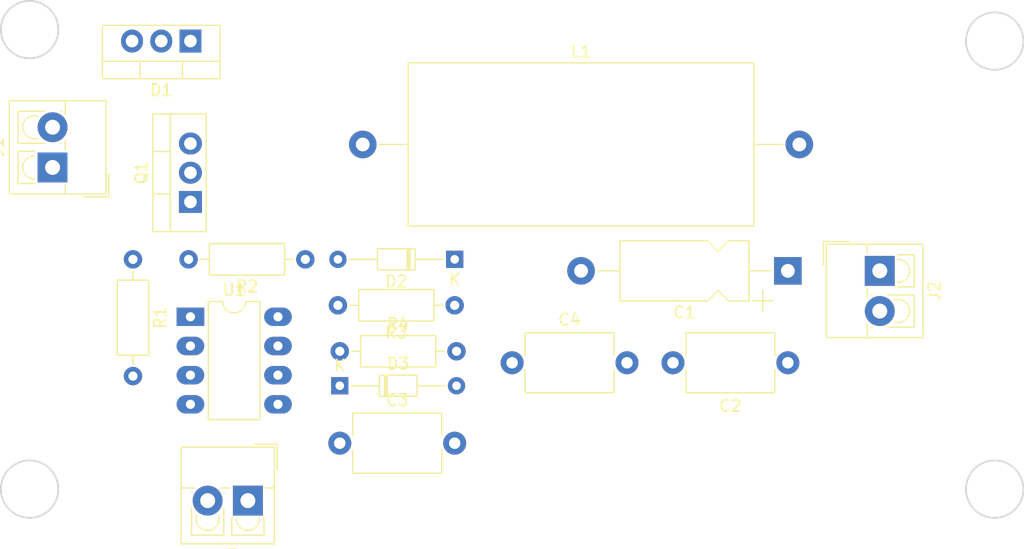
<source format=kicad_pcb>
(kicad_pcb (version 20171130) (host pcbnew "(5.1.0)-1")

  (general
    (thickness 1.6)
    (drawings 4)
    (tracks 0)
    (zones 0)
    (modules 17)
    (nets 13)
  )

  (page A4)
  (layers
    (0 F.Cu signal)
    (31 B.Cu signal)
    (32 B.Adhes user)
    (33 F.Adhes user)
    (34 B.Paste user)
    (35 F.Paste user)
    (36 B.SilkS user)
    (37 F.SilkS user hide)
    (38 B.Mask user)
    (39 F.Mask user)
    (40 Dwgs.User user)
    (41 Cmts.User user)
    (42 Eco1.User user)
    (43 Eco2.User user)
    (44 Edge.Cuts user)
    (45 Margin user)
    (46 B.CrtYd user)
    (47 F.CrtYd user)
    (48 B.Fab user)
    (49 F.Fab user)
  )

  (setup
    (last_trace_width 0.3)
    (trace_clearance 0.2)
    (zone_clearance 0.508)
    (zone_45_only no)
    (trace_min 0.2)
    (via_size 0.8)
    (via_drill 0.4)
    (via_min_size 0.4)
    (via_min_drill 0.3)
    (uvia_size 0.3)
    (uvia_drill 0.1)
    (uvias_allowed no)
    (uvia_min_size 0.2)
    (uvia_min_drill 0.1)
    (edge_width 0.15)
    (segment_width 0.2)
    (pcb_text_width 0.3)
    (pcb_text_size 1.5 1.5)
    (mod_edge_width 0.15)
    (mod_text_size 1 1)
    (mod_text_width 0.15)
    (pad_size 2.4 1.6)
    (pad_drill 0.8)
    (pad_to_mask_clearance 0.051)
    (solder_mask_min_width 0.25)
    (aux_axis_origin 0 0)
    (visible_elements 7FFFFFFF)
    (pcbplotparams
      (layerselection 0x010fc_ffffffff)
      (usegerberextensions false)
      (usegerberattributes false)
      (usegerberadvancedattributes false)
      (creategerberjobfile false)
      (excludeedgelayer true)
      (linewidth 0.100000)
      (plotframeref false)
      (viasonmask false)
      (mode 1)
      (useauxorigin false)
      (hpglpennumber 1)
      (hpglpenspeed 20)
      (hpglpendiameter 15.000000)
      (psnegative false)
      (psa4output false)
      (plotreference true)
      (plotvalue true)
      (plotinvisibletext false)
      (padsonsilk false)
      (subtractmaskfromsilk false)
      (outputformat 1)
      (mirror false)
      (drillshape 1)
      (scaleselection 1)
      (outputdirectory ""))
  )

  (net 0 "")
  (net 1 GND)
  (net 2 "Net-(C3-Pad1)")
  (net 3 /TRIG)
  (net 4 "Net-(D2-Pad1)")
  (net 5 "Net-(D2-Pad2)")
  (net 6 "Net-(D3-Pad2)")
  (net 7 "Net-(J1-Pad2)")
  (net 8 "Net-(Q1-Pad1)")
  (net 9 /Q_Base)
  (net 10 "Net-(C1-Pad1)")
  (net 11 /GNDCLK)
  (net 12 /RST)

  (net_class Default "This is the default net class."
    (clearance 0.2)
    (trace_width 0.3)
    (via_dia 0.8)
    (via_drill 0.4)
    (uvia_dia 0.3)
    (uvia_drill 0.1)
    (add_net /Q_Base)
    (add_net /RST)
    (add_net /TRIG)
    (add_net GND)
    (add_net "Net-(C3-Pad1)")
    (add_net "Net-(D2-Pad1)")
    (add_net "Net-(D2-Pad2)")
    (add_net "Net-(D3-Pad2)")
    (add_net "Net-(Q1-Pad1)")
  )

  (net_class Power ""
    (clearance 0.2)
    (trace_width 1)
    (via_dia 0.8)
    (via_drill 0.4)
    (uvia_dia 0.3)
    (uvia_drill 0.1)
    (diff_pair_width 0.4)
    (diff_pair_gap 0.4)
    (add_net /GNDCLK)
    (add_net "Net-(C1-Pad1)")
    (add_net "Net-(J1-Pad2)")
  )

  (module Capacitor_THT:CP_Axial_L11.0mm_D5.0mm_P18.00mm_Horizontal (layer F.Cu) (tedit 5AE50EF2) (tstamp 5CC32068)
    (at 185 69 180)
    (descr "CP, Axial series, Axial, Horizontal, pin pitch=18mm, , length*diameter=11*5mm^2, Electrolytic Capacitor")
    (tags "CP Axial series Axial Horizontal pin pitch 18mm  length 11mm diameter 5mm Electrolytic Capacitor")
    (path /5CB0B470)
    (fp_text reference C1 (at 9 -3.62 180) (layer F.SilkS)
      (effects (font (size 1 1) (thickness 0.15)))
    )
    (fp_text value 1u (at 9 3.62 180) (layer F.Fab)
      (effects (font (size 1 1) (thickness 0.15)))
    )
    (fp_line (start 3.5 -2.5) (end 3.5 2.5) (layer F.Fab) (width 0.1))
    (fp_line (start 14.5 -2.5) (end 14.5 2.5) (layer F.Fab) (width 0.1))
    (fp_line (start 3.5 -2.5) (end 5.18 -2.5) (layer F.Fab) (width 0.1))
    (fp_line (start 5.18 -2.5) (end 6.08 -1.6) (layer F.Fab) (width 0.1))
    (fp_line (start 6.08 -1.6) (end 6.98 -2.5) (layer F.Fab) (width 0.1))
    (fp_line (start 6.98 -2.5) (end 14.5 -2.5) (layer F.Fab) (width 0.1))
    (fp_line (start 3.5 2.5) (end 5.18 2.5) (layer F.Fab) (width 0.1))
    (fp_line (start 5.18 2.5) (end 6.08 1.6) (layer F.Fab) (width 0.1))
    (fp_line (start 6.08 1.6) (end 6.98 2.5) (layer F.Fab) (width 0.1))
    (fp_line (start 6.98 2.5) (end 14.5 2.5) (layer F.Fab) (width 0.1))
    (fp_line (start 0 0) (end 3.5 0) (layer F.Fab) (width 0.1))
    (fp_line (start 18 0) (end 14.5 0) (layer F.Fab) (width 0.1))
    (fp_line (start 5.2 0) (end 7 0) (layer F.Fab) (width 0.1))
    (fp_line (start 6.1 -0.9) (end 6.1 0.9) (layer F.Fab) (width 0.1))
    (fp_line (start 1.28 -2.6) (end 3.08 -2.6) (layer F.SilkS) (width 0.12))
    (fp_line (start 2.18 -3.5) (end 2.18 -1.7) (layer F.SilkS) (width 0.12))
    (fp_line (start 3.38 -2.62) (end 3.38 2.62) (layer F.SilkS) (width 0.12))
    (fp_line (start 14.62 -2.62) (end 14.62 2.62) (layer F.SilkS) (width 0.12))
    (fp_line (start 3.38 -2.62) (end 5.18 -2.62) (layer F.SilkS) (width 0.12))
    (fp_line (start 5.18 -2.62) (end 6.08 -1.72) (layer F.SilkS) (width 0.12))
    (fp_line (start 6.08 -1.72) (end 6.98 -2.62) (layer F.SilkS) (width 0.12))
    (fp_line (start 6.98 -2.62) (end 14.62 -2.62) (layer F.SilkS) (width 0.12))
    (fp_line (start 3.38 2.62) (end 5.18 2.62) (layer F.SilkS) (width 0.12))
    (fp_line (start 5.18 2.62) (end 6.08 1.72) (layer F.SilkS) (width 0.12))
    (fp_line (start 6.08 1.72) (end 6.98 2.62) (layer F.SilkS) (width 0.12))
    (fp_line (start 6.98 2.62) (end 14.62 2.62) (layer F.SilkS) (width 0.12))
    (fp_line (start 1.44 0) (end 3.38 0) (layer F.SilkS) (width 0.12))
    (fp_line (start 16.56 0) (end 14.62 0) (layer F.SilkS) (width 0.12))
    (fp_line (start -1.45 -2.75) (end -1.45 2.75) (layer F.CrtYd) (width 0.05))
    (fp_line (start -1.45 2.75) (end 19.45 2.75) (layer F.CrtYd) (width 0.05))
    (fp_line (start 19.45 2.75) (end 19.45 -2.75) (layer F.CrtYd) (width 0.05))
    (fp_line (start 19.45 -2.75) (end -1.45 -2.75) (layer F.CrtYd) (width 0.05))
    (fp_text user %R (at 9 0 180) (layer F.Fab)
      (effects (font (size 1 1) (thickness 0.15)))
    )
    (pad 1 thru_hole rect (at 0 0 180) (size 2.4 2.4) (drill 1.2) (layers *.Cu *.Mask)
      (net 10 "Net-(C1-Pad1)"))
    (pad 2 thru_hole oval (at 18 0 180) (size 2.4 2.4) (drill 1.2) (layers *.Cu *.Mask)
      (net 1 GND))
    (model ${KISYS3DMOD}/Capacitor_THT.3dshapes/CP_Axial_L11.0mm_D5.0mm_P18.00mm_Horizontal.wrl
      (at (xyz 0 0 0))
      (scale (xyz 1 1 1))
      (rotate (xyz 0 0 0))
    )
  )

  (module Capacitor_THT:C_Disc_D7.5mm_W5.0mm_P10.00mm (layer F.Cu) (tedit 5AE50EF0) (tstamp 5CC320C8)
    (at 185 77 180)
    (descr "C, Disc series, Radial, pin pitch=10.00mm, , diameter*width=7.5*5.0mm^2, Capacitor, http://www.vishay.com/docs/28535/vy2series.pdf")
    (tags "C Disc series Radial pin pitch 10.00mm  diameter 7.5mm width 5.0mm Capacitor")
    (path /5CB0DCF7)
    (fp_text reference C2 (at 5 -3.75 180) (layer F.SilkS)
      (effects (font (size 1 1) (thickness 0.15)))
    )
    (fp_text value 100n (at 5 3.75 180) (layer F.Fab)
      (effects (font (size 1 1) (thickness 0.15)))
    )
    (fp_line (start 1.25 -2.5) (end 1.25 2.5) (layer F.Fab) (width 0.1))
    (fp_line (start 1.25 2.5) (end 8.75 2.5) (layer F.Fab) (width 0.1))
    (fp_line (start 8.75 2.5) (end 8.75 -2.5) (layer F.Fab) (width 0.1))
    (fp_line (start 8.75 -2.5) (end 1.25 -2.5) (layer F.Fab) (width 0.1))
    (fp_line (start 1.13 -2.62) (end 8.87 -2.62) (layer F.SilkS) (width 0.12))
    (fp_line (start 1.13 2.62) (end 8.87 2.62) (layer F.SilkS) (width 0.12))
    (fp_line (start 1.13 -2.62) (end 1.13 -0.636) (layer F.SilkS) (width 0.12))
    (fp_line (start 1.13 0.636) (end 1.13 2.62) (layer F.SilkS) (width 0.12))
    (fp_line (start 8.87 -2.62) (end 8.87 -0.636) (layer F.SilkS) (width 0.12))
    (fp_line (start 8.87 0.636) (end 8.87 2.62) (layer F.SilkS) (width 0.12))
    (fp_line (start -1.25 -2.75) (end -1.25 2.75) (layer F.CrtYd) (width 0.05))
    (fp_line (start -1.25 2.75) (end 11.25 2.75) (layer F.CrtYd) (width 0.05))
    (fp_line (start 11.25 2.75) (end 11.25 -2.75) (layer F.CrtYd) (width 0.05))
    (fp_line (start 11.25 -2.75) (end -1.25 -2.75) (layer F.CrtYd) (width 0.05))
    (fp_text user %R (at 5 0 180) (layer F.Fab)
      (effects (font (size 1 1) (thickness 0.15)))
    )
    (pad 1 thru_hole circle (at 0 0 180) (size 2 2) (drill 1) (layers *.Cu *.Mask)
      (net 10 "Net-(C1-Pad1)"))
    (pad 2 thru_hole circle (at 10 0 180) (size 2 2) (drill 1) (layers *.Cu *.Mask)
      (net 1 GND))
    (model ${KISYS3DMOD}/Capacitor_THT.3dshapes/C_Disc_D7.5mm_W5.0mm_P10.00mm.wrl
      (at (xyz 0 0 0))
      (scale (xyz 1 1 1))
      (rotate (xyz 0 0 0))
    )
  )

  (module Capacitor_THT:C_Disc_D7.5mm_W5.0mm_P10.00mm (layer F.Cu) (tedit 5AE50EF0) (tstamp 5CC32797)
    (at 146 84)
    (descr "C, Disc series, Radial, pin pitch=10.00mm, , diameter*width=7.5*5.0mm^2, Capacitor, http://www.vishay.com/docs/28535/vy2series.pdf")
    (tags "C Disc series Radial pin pitch 10.00mm  diameter 7.5mm width 5.0mm Capacitor")
    (path /5CB37AF6)
    (fp_text reference C3 (at 5 -3.75) (layer F.SilkS)
      (effects (font (size 1 1) (thickness 0.15)))
    )
    (fp_text value 10n (at 5 3.75) (layer F.Fab)
      (effects (font (size 1 1) (thickness 0.15)))
    )
    (fp_line (start 1.25 -2.5) (end 1.25 2.5) (layer F.Fab) (width 0.1))
    (fp_line (start 1.25 2.5) (end 8.75 2.5) (layer F.Fab) (width 0.1))
    (fp_line (start 8.75 2.5) (end 8.75 -2.5) (layer F.Fab) (width 0.1))
    (fp_line (start 8.75 -2.5) (end 1.25 -2.5) (layer F.Fab) (width 0.1))
    (fp_line (start 1.13 -2.62) (end 8.87 -2.62) (layer F.SilkS) (width 0.12))
    (fp_line (start 1.13 2.62) (end 8.87 2.62) (layer F.SilkS) (width 0.12))
    (fp_line (start 1.13 -2.62) (end 1.13 -0.636) (layer F.SilkS) (width 0.12))
    (fp_line (start 1.13 0.636) (end 1.13 2.62) (layer F.SilkS) (width 0.12))
    (fp_line (start 8.87 -2.62) (end 8.87 -0.636) (layer F.SilkS) (width 0.12))
    (fp_line (start 8.87 0.636) (end 8.87 2.62) (layer F.SilkS) (width 0.12))
    (fp_line (start -1.25 -2.75) (end -1.25 2.75) (layer F.CrtYd) (width 0.05))
    (fp_line (start -1.25 2.75) (end 11.25 2.75) (layer F.CrtYd) (width 0.05))
    (fp_line (start 11.25 2.75) (end 11.25 -2.75) (layer F.CrtYd) (width 0.05))
    (fp_line (start 11.25 -2.75) (end -1.25 -2.75) (layer F.CrtYd) (width 0.05))
    (fp_text user %R (at 4.75 1.25) (layer F.Fab)
      (effects (font (size 1 1) (thickness 0.15)))
    )
    (pad 1 thru_hole circle (at 0 0) (size 2 2) (drill 1) (layers *.Cu *.Mask)
      (net 2 "Net-(C3-Pad1)"))
    (pad 2 thru_hole circle (at 10 0) (size 2 2) (drill 1) (layers *.Cu *.Mask)
      (net 1 GND))
    (model ${KISYS3DMOD}/Capacitor_THT.3dshapes/C_Disc_D7.5mm_W5.0mm_P10.00mm.wrl
      (at (xyz 0 0 0))
      (scale (xyz 1 1 1))
      (rotate (xyz 0 0 0))
    )
  )

  (module Capacitor_THT:C_Disc_D7.5mm_W5.0mm_P10.00mm (layer F.Cu) (tedit 5AE50EF0) (tstamp 5CC32887)
    (at 161 77)
    (descr "C, Disc series, Radial, pin pitch=10.00mm, , diameter*width=7.5*5.0mm^2, Capacitor, http://www.vishay.com/docs/28535/vy2series.pdf")
    (tags "C Disc series Radial pin pitch 10.00mm  diameter 7.5mm width 5.0mm Capacitor")
    (path /5CB1966A)
    (fp_text reference C4 (at 5 -3.75) (layer F.SilkS)
      (effects (font (size 1 1) (thickness 0.15)))
    )
    (fp_text value 820p (at 5 3.75) (layer F.Fab)
      (effects (font (size 1 1) (thickness 0.15)))
    )
    (fp_text user %R (at 5 0) (layer F.Fab)
      (effects (font (size 1 1) (thickness 0.15)))
    )
    (fp_line (start 11.25 -2.75) (end -1.25 -2.75) (layer F.CrtYd) (width 0.05))
    (fp_line (start 11.25 2.75) (end 11.25 -2.75) (layer F.CrtYd) (width 0.05))
    (fp_line (start -1.25 2.75) (end 11.25 2.75) (layer F.CrtYd) (width 0.05))
    (fp_line (start -1.25 -2.75) (end -1.25 2.75) (layer F.CrtYd) (width 0.05))
    (fp_line (start 8.87 0.636) (end 8.87 2.62) (layer F.SilkS) (width 0.12))
    (fp_line (start 8.87 -2.62) (end 8.87 -0.636) (layer F.SilkS) (width 0.12))
    (fp_line (start 1.13 0.636) (end 1.13 2.62) (layer F.SilkS) (width 0.12))
    (fp_line (start 1.13 -2.62) (end 1.13 -0.636) (layer F.SilkS) (width 0.12))
    (fp_line (start 1.13 2.62) (end 8.87 2.62) (layer F.SilkS) (width 0.12))
    (fp_line (start 1.13 -2.62) (end 8.87 -2.62) (layer F.SilkS) (width 0.12))
    (fp_line (start 8.75 -2.5) (end 1.25 -2.5) (layer F.Fab) (width 0.1))
    (fp_line (start 8.75 2.5) (end 8.75 -2.5) (layer F.Fab) (width 0.1))
    (fp_line (start 1.25 2.5) (end 8.75 2.5) (layer F.Fab) (width 0.1))
    (fp_line (start 1.25 -2.5) (end 1.25 2.5) (layer F.Fab) (width 0.1))
    (pad 2 thru_hole circle (at 10 0) (size 2 2) (drill 1) (layers *.Cu *.Mask)
      (net 1 GND))
    (pad 1 thru_hole circle (at 0 0) (size 2 2) (drill 1) (layers *.Cu *.Mask)
      (net 3 /TRIG))
    (model ${KISYS3DMOD}/Capacitor_THT.3dshapes/C_Disc_D7.5mm_W5.0mm_P10.00mm.wrl
      (at (xyz 0 0 0))
      (scale (xyz 1 1 1))
      (rotate (xyz 0 0 0))
    )
  )

  (module Diode_THT:D_DO-34_SOD68_P10.16mm_Horizontal (layer F.Cu) (tedit 5AE50CD5) (tstamp 5CC327DD)
    (at 146 79)
    (descr "Diode, DO-34_SOD68 series, Axial, Horizontal, pin pitch=10.16mm, , length*diameter=3.04*1.6mm^2, , https://www.nxp.com/docs/en/data-sheet/KTY83_SER.pdf")
    (tags "Diode DO-34_SOD68 series Axial Horizontal pin pitch 10.16mm  length 3.04mm diameter 1.6mm")
    (path /5CC34474)
    (fp_text reference D3 (at 5.08 -1.92) (layer F.SilkS)
      (effects (font (size 1 1) (thickness 0.15)))
    )
    (fp_text value D (at 5.08 1.92) (layer F.Fab)
      (effects (font (size 1 1) (thickness 0.15)))
    )
    (fp_text user K (at 0 -1.75) (layer F.SilkS)
      (effects (font (size 1 1) (thickness 0.15)))
    )
    (fp_text user K (at -2.75 -0.25) (layer F.Fab)
      (effects (font (size 1 1) (thickness 0.15)))
    )
    (fp_text user %R (at 5.308 0) (layer F.Fab)
      (effects (font (size 0.608 0.608) (thickness 0.0912)))
    )
    (fp_line (start 11.16 -1.05) (end -1 -1.05) (layer F.CrtYd) (width 0.05))
    (fp_line (start 11.16 1.05) (end 11.16 -1.05) (layer F.CrtYd) (width 0.05))
    (fp_line (start -1 1.05) (end 11.16 1.05) (layer F.CrtYd) (width 0.05))
    (fp_line (start -1 -1.05) (end -1 1.05) (layer F.CrtYd) (width 0.05))
    (fp_line (start 3.896 -0.92) (end 3.896 0.92) (layer F.SilkS) (width 0.12))
    (fp_line (start 4.136 -0.92) (end 4.136 0.92) (layer F.SilkS) (width 0.12))
    (fp_line (start 4.016 -0.92) (end 4.016 0.92) (layer F.SilkS) (width 0.12))
    (fp_line (start 9.17 0) (end 6.72 0) (layer F.SilkS) (width 0.12))
    (fp_line (start 0.99 0) (end 3.44 0) (layer F.SilkS) (width 0.12))
    (fp_line (start 6.72 -0.92) (end 3.44 -0.92) (layer F.SilkS) (width 0.12))
    (fp_line (start 6.72 0.92) (end 6.72 -0.92) (layer F.SilkS) (width 0.12))
    (fp_line (start 3.44 0.92) (end 6.72 0.92) (layer F.SilkS) (width 0.12))
    (fp_line (start 3.44 -0.92) (end 3.44 0.92) (layer F.SilkS) (width 0.12))
    (fp_line (start 3.916 -0.8) (end 3.916 0.8) (layer F.Fab) (width 0.1))
    (fp_line (start 4.116 -0.8) (end 4.116 0.8) (layer F.Fab) (width 0.1))
    (fp_line (start 4.016 -0.8) (end 4.016 0.8) (layer F.Fab) (width 0.1))
    (fp_line (start 10.16 0) (end 6.6 0) (layer F.Fab) (width 0.1))
    (fp_line (start 0 0) (end 3.56 0) (layer F.Fab) (width 0.1))
    (fp_line (start 6.6 -0.8) (end 3.56 -0.8) (layer F.Fab) (width 0.1))
    (fp_line (start 6.6 0.8) (end 6.6 -0.8) (layer F.Fab) (width 0.1))
    (fp_line (start 3.56 0.8) (end 6.6 0.8) (layer F.Fab) (width 0.1))
    (fp_line (start 3.56 -0.8) (end 3.56 0.8) (layer F.Fab) (width 0.1))
    (pad 2 thru_hole oval (at 10.16 0) (size 1.5 1.5) (drill 0.75) (layers *.Cu *.Mask)
      (net 6 "Net-(D3-Pad2)"))
    (pad 1 thru_hole rect (at 0 0) (size 1.5 1.5) (drill 0.75) (layers *.Cu *.Mask)
      (net 5 "Net-(D2-Pad2)"))
    (model ${KISYS3DMOD}/Diode_THT.3dshapes/D_DO-34_SOD68_P10.16mm_Horizontal.wrl
      (at (xyz 0 0 0))
      (scale (xyz 1 1 1))
      (rotate (xyz 0 0 0))
    )
  )

  (module TerminalBlock_4Ucon:TerminalBlock_4Ucon_1x02_P3.50mm_Vertical (layer F.Cu) (tedit 5B294E7F) (tstamp 5CC31798)
    (at 121 60 90)
    (descr "Terminal Block 4Ucon ItemNo. 10693, vertical (cable from top), 2 pins, pitch 3.5mm, size 8x8.3mm^2, drill diamater 1.3mm, pad diameter 2.6mm, see http://www.4uconnector.com/online/object/4udrawing/10693.pdf, script-generated with , script-generated using https://github.com/pointhi/kicad-footprint-generator/scripts/TerminalBlock_4Ucon")
    (tags "THT Terminal Block 4Ucon ItemNo. 10693 vertical pitch 3.5mm size 8x8.3mm^2 drill 1.3mm pad 2.6mm")
    (path /5CC2C2AF)
    (fp_text reference J1 (at 1.75 -4.76 90) (layer F.SilkS)
      (effects (font (size 1 1) (thickness 0.15)))
    )
    (fp_text value Screw_Terminal_01x02 (at 1.75 5.66 90) (layer F.Fab)
      (effects (font (size 1 1) (thickness 0.15)))
    )
    (fp_text user %R (at 1.75 3.45 90) (layer F.Fab)
      (effects (font (size 1 1) (thickness 0.15)))
    )
    (fp_line (start 6.25 -4.2) (end -2.75 -4.2) (layer F.CrtYd) (width 0.05))
    (fp_line (start 6.25 5.11) (end 6.25 -4.2) (layer F.CrtYd) (width 0.05))
    (fp_line (start -2.75 5.11) (end 6.25 5.11) (layer F.CrtYd) (width 0.05))
    (fp_line (start -2.75 -4.2) (end -2.75 5.11) (layer F.CrtYd) (width 0.05))
    (fp_line (start -2.55 4.9) (end -0.55 4.9) (layer F.SilkS) (width 0.12))
    (fp_line (start -2.55 2.66) (end -2.55 4.9) (layer F.SilkS) (width 0.12))
    (fp_line (start 4.9 -3) (end 2.1 -3) (layer F.Fab) (width 0.1))
    (fp_line (start 4.9 0.75) (end 4.9 -3) (layer F.Fab) (width 0.1))
    (fp_line (start 2.1 0.75) (end 4.9 0.75) (layer F.Fab) (width 0.1))
    (fp_line (start 2.1 -3) (end 2.1 0.75) (layer F.Fab) (width 0.1))
    (fp_line (start 4.9 0.689) (end 4.9 0.75) (layer F.SilkS) (width 0.12))
    (fp_line (start 4.9 -3) (end 4.9 -0.689) (layer F.SilkS) (width 0.12))
    (fp_line (start 2.1 0.689) (end 2.1 0.75) (layer F.SilkS) (width 0.12))
    (fp_line (start 2.1 -3) (end 2.1 -0.689) (layer F.SilkS) (width 0.12))
    (fp_line (start 4.9 0.75) (end 4.9 0.75) (layer F.SilkS) (width 0.12))
    (fp_line (start 2.1 0.75) (end 2.101 0.75) (layer F.SilkS) (width 0.12))
    (fp_line (start 2.1 -3) (end 4.9 -3) (layer F.SilkS) (width 0.12))
    (fp_line (start 1.4 -3) (end -1.4 -3) (layer F.Fab) (width 0.1))
    (fp_line (start 1.4 0.75) (end 1.4 -3) (layer F.Fab) (width 0.1))
    (fp_line (start -1.4 0.75) (end 1.4 0.75) (layer F.Fab) (width 0.1))
    (fp_line (start -1.4 -3) (end -1.4 0.75) (layer F.Fab) (width 0.1))
    (fp_line (start 1.4 -3) (end 1.4 -1.54) (layer F.SilkS) (width 0.12))
    (fp_line (start -1.4 -3) (end -1.4 -1.54) (layer F.SilkS) (width 0.12))
    (fp_line (start -1.4 -3) (end 1.4 -3) (layer F.SilkS) (width 0.12))
    (fp_line (start 5.81 -3.76) (end 5.81 4.66) (layer F.SilkS) (width 0.12))
    (fp_line (start -2.31 -3.76) (end -2.31 4.66) (layer F.SilkS) (width 0.12))
    (fp_line (start -2.31 4.66) (end 5.81 4.66) (layer F.SilkS) (width 0.12))
    (fp_line (start -2.31 -3.76) (end 5.81 -3.76) (layer F.SilkS) (width 0.12))
    (fp_line (start 4.634 1.101) (end 5.81 1.101) (layer F.SilkS) (width 0.12))
    (fp_line (start 1.54 1.101) (end 2.367 1.101) (layer F.SilkS) (width 0.12))
    (fp_line (start -2.31 1.101) (end -1.54 1.101) (layer F.SilkS) (width 0.12))
    (fp_line (start -2.25 1.1) (end 5.75 1.1) (layer F.Fab) (width 0.1))
    (fp_line (start -2.25 2.6) (end -2.25 -3.7) (layer F.Fab) (width 0.1))
    (fp_line (start -0.25 4.6) (end -2.25 2.6) (layer F.Fab) (width 0.1))
    (fp_line (start 5.75 4.6) (end -0.25 4.6) (layer F.Fab) (width 0.1))
    (fp_line (start 5.75 -3.7) (end 5.75 4.6) (layer F.Fab) (width 0.1))
    (fp_line (start -2.25 -3.7) (end 5.75 -3.7) (layer F.Fab) (width 0.1))
    (fp_circle (center 3.5 -1.6) (end 4.5 -1.6) (layer F.Fab) (width 0.1))
    (fp_circle (center 0 -1.6) (end 1 -1.6) (layer F.Fab) (width 0.1))
    (fp_arc (start 3.5 -1.6) (end 4.44 -1.258) (angle -220) (layer F.SilkS) (width 0.12))
    (fp_arc (start 0 -1.6) (end 0.998 -1.531) (angle -188) (layer F.SilkS) (width 0.12))
    (pad 2 thru_hole circle (at 3.5 0 90) (size 2.6 2.6) (drill 1.3) (layers *.Cu *.Mask)
      (net 7 "Net-(J1-Pad2)"))
    (pad 1 thru_hole rect (at 0 0 90) (size 2.6 2.6) (drill 1.3) (layers *.Cu *.Mask)
      (net 1 GND))
    (model ${KISYS3DMOD}/TerminalBlock_4Ucon.3dshapes/TerminalBlock_4Ucon_1x02_P3.50mm_Vertical.wrl
      (at (xyz 0 0 0))
      (scale (xyz 1 1 1))
      (rotate (xyz 0 0 0))
    )
  )

  (module TerminalBlock_4Ucon:TerminalBlock_4Ucon_1x02_P3.50mm_Vertical (layer F.Cu) (tedit 5B294E7F) (tstamp 5CC530DF)
    (at 193 69 270)
    (descr "Terminal Block 4Ucon ItemNo. 10693, vertical (cable from top), 2 pins, pitch 3.5mm, size 8x8.3mm^2, drill diamater 1.3mm, pad diameter 2.6mm, see http://www.4uconnector.com/online/object/4udrawing/10693.pdf, script-generated with , script-generated using https://github.com/pointhi/kicad-footprint-generator/scripts/TerminalBlock_4Ucon")
    (tags "THT Terminal Block 4Ucon ItemNo. 10693 vertical pitch 3.5mm size 8x8.3mm^2 drill 1.3mm pad 2.6mm")
    (path /5CC2AE89)
    (fp_text reference J2 (at 1.75 -4.76 270) (layer F.SilkS)
      (effects (font (size 1 1) (thickness 0.15)))
    )
    (fp_text value Screw_Terminal_01x02 (at 1.75 5.66 270) (layer F.Fab)
      (effects (font (size 1 1) (thickness 0.15)))
    )
    (fp_arc (start 0 -1.6) (end 0.998 -1.531) (angle -188) (layer F.SilkS) (width 0.12))
    (fp_arc (start 3.5 -1.6) (end 4.44 -1.258) (angle -220) (layer F.SilkS) (width 0.12))
    (fp_circle (center 0 -1.6) (end 1 -1.6) (layer F.Fab) (width 0.1))
    (fp_circle (center 3.5 -1.6) (end 4.5 -1.6) (layer F.Fab) (width 0.1))
    (fp_line (start -2.25 -3.7) (end 5.75 -3.7) (layer F.Fab) (width 0.1))
    (fp_line (start 5.75 -3.7) (end 5.75 4.6) (layer F.Fab) (width 0.1))
    (fp_line (start 5.75 4.6) (end -0.25 4.6) (layer F.Fab) (width 0.1))
    (fp_line (start -0.25 4.6) (end -2.25 2.6) (layer F.Fab) (width 0.1))
    (fp_line (start -2.25 2.6) (end -2.25 -3.7) (layer F.Fab) (width 0.1))
    (fp_line (start -2.25 1.1) (end 5.75 1.1) (layer F.Fab) (width 0.1))
    (fp_line (start -2.31 1.101) (end -1.54 1.101) (layer F.SilkS) (width 0.12))
    (fp_line (start 1.54 1.101) (end 2.367 1.101) (layer F.SilkS) (width 0.12))
    (fp_line (start 4.634 1.101) (end 5.81 1.101) (layer F.SilkS) (width 0.12))
    (fp_line (start -2.31 -3.76) (end 5.81 -3.76) (layer F.SilkS) (width 0.12))
    (fp_line (start -2.31 4.66) (end 5.81 4.66) (layer F.SilkS) (width 0.12))
    (fp_line (start -2.31 -3.76) (end -2.31 4.66) (layer F.SilkS) (width 0.12))
    (fp_line (start 5.81 -3.76) (end 5.81 4.66) (layer F.SilkS) (width 0.12))
    (fp_line (start -1.4 -3) (end 1.4 -3) (layer F.SilkS) (width 0.12))
    (fp_line (start -1.4 -3) (end -1.4 -1.54) (layer F.SilkS) (width 0.12))
    (fp_line (start 1.4 -3) (end 1.4 -1.54) (layer F.SilkS) (width 0.12))
    (fp_line (start -1.4 -3) (end -1.4 0.75) (layer F.Fab) (width 0.1))
    (fp_line (start -1.4 0.75) (end 1.4 0.75) (layer F.Fab) (width 0.1))
    (fp_line (start 1.4 0.75) (end 1.4 -3) (layer F.Fab) (width 0.1))
    (fp_line (start 1.4 -3) (end -1.4 -3) (layer F.Fab) (width 0.1))
    (fp_line (start 2.1 -3) (end 4.9 -3) (layer F.SilkS) (width 0.12))
    (fp_line (start 2.1 0.75) (end 2.101 0.75) (layer F.SilkS) (width 0.12))
    (fp_line (start 4.9 0.75) (end 4.9 0.75) (layer F.SilkS) (width 0.12))
    (fp_line (start 2.1 -3) (end 2.1 -0.689) (layer F.SilkS) (width 0.12))
    (fp_line (start 2.1 0.689) (end 2.1 0.75) (layer F.SilkS) (width 0.12))
    (fp_line (start 4.9 -3) (end 4.9 -0.689) (layer F.SilkS) (width 0.12))
    (fp_line (start 4.9 0.689) (end 4.9 0.75) (layer F.SilkS) (width 0.12))
    (fp_line (start 2.1 -3) (end 2.1 0.75) (layer F.Fab) (width 0.1))
    (fp_line (start 2.1 0.75) (end 4.9 0.75) (layer F.Fab) (width 0.1))
    (fp_line (start 4.9 0.75) (end 4.9 -3) (layer F.Fab) (width 0.1))
    (fp_line (start 4.9 -3) (end 2.1 -3) (layer F.Fab) (width 0.1))
    (fp_line (start -2.55 2.66) (end -2.55 4.9) (layer F.SilkS) (width 0.12))
    (fp_line (start -2.55 4.9) (end -0.55 4.9) (layer F.SilkS) (width 0.12))
    (fp_line (start -2.75 -4.2) (end -2.75 5.11) (layer F.CrtYd) (width 0.05))
    (fp_line (start -2.75 5.11) (end 6.25 5.11) (layer F.CrtYd) (width 0.05))
    (fp_line (start 6.25 5.11) (end 6.25 -4.2) (layer F.CrtYd) (width 0.05))
    (fp_line (start 6.25 -4.2) (end -2.75 -4.2) (layer F.CrtYd) (width 0.05))
    (fp_text user %R (at 1.75 3.45 270) (layer F.Fab)
      (effects (font (size 1 1) (thickness 0.15)))
    )
    (pad 1 thru_hole rect (at 0 0 270) (size 2.6 2.6) (drill 1.3) (layers *.Cu *.Mask)
      (net 10 "Net-(C1-Pad1)"))
    (pad 2 thru_hole circle (at 3.5 0 270) (size 2.6 2.6) (drill 1.3) (layers *.Cu *.Mask)
      (net 1 GND))
    (model ${KISYS3DMOD}/TerminalBlock_4Ucon.3dshapes/TerminalBlock_4Ucon_1x02_P3.50mm_Vertical.wrl
      (at (xyz 0 0 0))
      (scale (xyz 1 1 1))
      (rotate (xyz 0 0 0))
    )
  )

  (module Package_TO_SOT_THT:TO-220-3_Vertical (layer F.Cu) (tedit 5AC8BA0D) (tstamp 5CC52FC0)
    (at 133 63 90)
    (descr "TO-220-3, Vertical, RM 2.54mm, see https://www.vishay.com/docs/66542/to-220-1.pdf")
    (tags "TO-220-3 Vertical RM 2.54mm")
    (path /5CC2DAA0)
    (fp_text reference Q1 (at 2.54 -4.27 90) (layer F.SilkS)
      (effects (font (size 1 1) (thickness 0.15)))
    )
    (fp_text value IRF510 (at 2.54 2.5 90) (layer F.Fab)
      (effects (font (size 1 1) (thickness 0.15)))
    )
    (fp_line (start -2.46 -3.15) (end -2.46 1.25) (layer F.Fab) (width 0.1))
    (fp_line (start -2.46 1.25) (end 7.54 1.25) (layer F.Fab) (width 0.1))
    (fp_line (start 7.54 1.25) (end 7.54 -3.15) (layer F.Fab) (width 0.1))
    (fp_line (start 7.54 -3.15) (end -2.46 -3.15) (layer F.Fab) (width 0.1))
    (fp_line (start -2.46 -1.88) (end 7.54 -1.88) (layer F.Fab) (width 0.1))
    (fp_line (start 0.69 -3.15) (end 0.69 -1.88) (layer F.Fab) (width 0.1))
    (fp_line (start 4.39 -3.15) (end 4.39 -1.88) (layer F.Fab) (width 0.1))
    (fp_line (start -2.58 -3.27) (end 7.66 -3.27) (layer F.SilkS) (width 0.12))
    (fp_line (start -2.58 1.371) (end 7.66 1.371) (layer F.SilkS) (width 0.12))
    (fp_line (start -2.58 -3.27) (end -2.58 1.371) (layer F.SilkS) (width 0.12))
    (fp_line (start 7.66 -3.27) (end 7.66 1.371) (layer F.SilkS) (width 0.12))
    (fp_line (start -2.58 -1.76) (end 7.66 -1.76) (layer F.SilkS) (width 0.12))
    (fp_line (start 0.69 -3.27) (end 0.69 -1.76) (layer F.SilkS) (width 0.12))
    (fp_line (start 4.391 -3.27) (end 4.391 -1.76) (layer F.SilkS) (width 0.12))
    (fp_line (start -2.71 -3.4) (end -2.71 1.51) (layer F.CrtYd) (width 0.05))
    (fp_line (start -2.71 1.51) (end 7.79 1.51) (layer F.CrtYd) (width 0.05))
    (fp_line (start 7.79 1.51) (end 7.79 -3.4) (layer F.CrtYd) (width 0.05))
    (fp_line (start 7.79 -3.4) (end -2.71 -3.4) (layer F.CrtYd) (width 0.05))
    (fp_text user %R (at 2.54 -4.27 90) (layer F.Fab)
      (effects (font (size 1 1) (thickness 0.15)))
    )
    (pad 1 thru_hole rect (at 0 0 90) (size 1.905 2) (drill 1.1) (layers *.Cu *.Mask)
      (net 8 "Net-(Q1-Pad1)"))
    (pad 2 thru_hole oval (at 2.54 0 90) (size 1.905 2) (drill 1.1) (layers *.Cu *.Mask)
      (net 7 "Net-(J1-Pad2)"))
    (pad 3 thru_hole oval (at 5.08 0 90) (size 1.905 2) (drill 1.1) (layers *.Cu *.Mask)
      (net 11 /GNDCLK))
    (model ${KISYS3DMOD}/Package_TO_SOT_THT.3dshapes/TO-220-3_Vertical.wrl
      (at (xyz 0 0 0))
      (scale (xyz 1 1 1))
      (rotate (xyz 0 0 0))
    )
  )

  (module Resistor_THT:R_Axial_DIN0207_L6.3mm_D2.5mm_P10.16mm_Horizontal (layer F.Cu) (tedit 5AE5139B) (tstamp 5CC3299A)
    (at 146 76)
    (descr "Resistor, Axial_DIN0207 series, Axial, Horizontal, pin pitch=10.16mm, 0.25W = 1/4W, length*diameter=6.3*2.5mm^2, http://cdn-reichelt.de/documents/datenblatt/B400/1_4W%23YAG.pdf")
    (tags "Resistor Axial_DIN0207 series Axial Horizontal pin pitch 10.16mm 0.25W = 1/4W length 6.3mm diameter 2.5mm")
    (path /5CB1EF33)
    (fp_text reference R4 (at 5.08 -2.37) (layer F.SilkS)
      (effects (font (size 1 1) (thickness 0.15)))
    )
    (fp_text value 10k (at 1.93 1.25) (layer F.Fab)
      (effects (font (size 1 1) (thickness 0.15)))
    )
    (fp_line (start 1.93 -1.25) (end 1.93 1.25) (layer F.Fab) (width 0.1))
    (fp_line (start 1.93 1.25) (end 8.23 1.25) (layer F.Fab) (width 0.1))
    (fp_line (start 8.23 1.25) (end 8.23 -1.25) (layer F.Fab) (width 0.1))
    (fp_line (start 8.23 -1.25) (end 1.93 -1.25) (layer F.Fab) (width 0.1))
    (fp_line (start 0 0) (end 1.93 0) (layer F.Fab) (width 0.1))
    (fp_line (start 10.16 0) (end 8.23 0) (layer F.Fab) (width 0.1))
    (fp_line (start 1.81 -1.37) (end 1.81 1.37) (layer F.SilkS) (width 0.12))
    (fp_line (start 1.81 1.37) (end 8.35 1.37) (layer F.SilkS) (width 0.12))
    (fp_line (start 8.35 1.37) (end 8.35 -1.37) (layer F.SilkS) (width 0.12))
    (fp_line (start 8.35 -1.37) (end 1.81 -1.37) (layer F.SilkS) (width 0.12))
    (fp_line (start 1.04 0) (end 1.81 0) (layer F.SilkS) (width 0.12))
    (fp_line (start 9.12 0) (end 8.35 0) (layer F.SilkS) (width 0.12))
    (fp_line (start -1.05 -1.5) (end -1.05 1.5) (layer F.CrtYd) (width 0.05))
    (fp_line (start -1.05 1.5) (end 11.21 1.5) (layer F.CrtYd) (width 0.05))
    (fp_line (start 11.21 1.5) (end 11.21 -1.5) (layer F.CrtYd) (width 0.05))
    (fp_line (start 11.21 -1.5) (end -1.05 -1.5) (layer F.CrtYd) (width 0.05))
    (fp_text user %R (at 5.08 0) (layer F.Fab)
      (effects (font (size 1 1) (thickness 0.15)))
    )
    (pad 1 thru_hole circle (at 0 0) (size 1.6 1.6) (drill 0.8) (layers *.Cu *.Mask)
      (net 3 /TRIG))
    (pad 2 thru_hole oval (at 10.16 0) (size 1.6 1.6) (drill 0.8) (layers *.Cu *.Mask)
      (net 6 "Net-(D3-Pad2)"))
    (model ${KISYS3DMOD}/Resistor_THT.3dshapes/R_Axial_DIN0207_L6.3mm_D2.5mm_P10.16mm_Horizontal.wrl
      (at (xyz 0 0 0))
      (scale (xyz 1 1 1))
      (rotate (xyz 0 0 0))
    )
  )

  (module Package_TO_SOT_THT:TO-220-3_Vertical (layer F.Cu) (tedit 5AC8BA0D) (tstamp 5CC2BB4D)
    (at 133 49 180)
    (descr "TO-220-3, Vertical, RM 2.54mm, see https://www.vishay.com/docs/66542/to-220-1.pdf")
    (tags "TO-220-3 Vertical RM 2.54mm")
    (path /5CC355F8)
    (fp_text reference D1 (at 2.54 -4.27 180) (layer F.SilkS)
      (effects (font (size 1 1) (thickness 0.15)))
    )
    (fp_text value D_x2_KCom_KAA (at 2.54 2.5 180) (layer F.Fab)
      (effects (font (size 1 1) (thickness 0.15)))
    )
    (fp_line (start -2.46 -3.15) (end -2.46 1.25) (layer F.Fab) (width 0.1))
    (fp_line (start -2.46 1.25) (end 7.54 1.25) (layer F.Fab) (width 0.1))
    (fp_line (start 7.54 1.25) (end 7.54 -3.15) (layer F.Fab) (width 0.1))
    (fp_line (start 7.54 -3.15) (end -2.46 -3.15) (layer F.Fab) (width 0.1))
    (fp_line (start -2.46 -1.88) (end 7.54 -1.88) (layer F.Fab) (width 0.1))
    (fp_line (start 0.69 -3.15) (end 0.69 -1.88) (layer F.Fab) (width 0.1))
    (fp_line (start 4.39 -3.15) (end 4.39 -1.88) (layer F.Fab) (width 0.1))
    (fp_line (start -2.58 -3.27) (end 7.66 -3.27) (layer F.SilkS) (width 0.12))
    (fp_line (start -2.58 1.371) (end 7.66 1.371) (layer F.SilkS) (width 0.12))
    (fp_line (start -2.58 -3.27) (end -2.58 1.371) (layer F.SilkS) (width 0.12))
    (fp_line (start 7.66 -3.27) (end 7.66 1.371) (layer F.SilkS) (width 0.12))
    (fp_line (start -2.58 -1.76) (end 7.66 -1.76) (layer F.SilkS) (width 0.12))
    (fp_line (start 0.69 -3.27) (end 0.69 -1.76) (layer F.SilkS) (width 0.12))
    (fp_line (start 4.391 -3.27) (end 4.391 -1.76) (layer F.SilkS) (width 0.12))
    (fp_line (start -2.71 -3.4) (end -2.71 1.51) (layer F.CrtYd) (width 0.05))
    (fp_line (start -2.71 1.51) (end 7.79 1.51) (layer F.CrtYd) (width 0.05))
    (fp_line (start 7.79 1.51) (end 7.79 -3.4) (layer F.CrtYd) (width 0.05))
    (fp_line (start 7.79 -3.4) (end -2.71 -3.4) (layer F.CrtYd) (width 0.05))
    (fp_text user %R (at 2.54 -4.27 180) (layer F.Fab)
      (effects (font (size 1 1) (thickness 0.15)))
    )
    (pad 1 thru_hole rect (at 0 0 180) (size 1.905 2) (drill 1.1) (layers *.Cu *.Mask)
      (net 11 /GNDCLK))
    (pad 2 thru_hole oval (at 2.54 0 180) (size 1.905 2) (drill 1.1) (layers *.Cu *.Mask)
      (net 1 GND))
    (pad 3 thru_hole oval (at 5.08 0 180) (size 1.905 2) (drill 1.1) (layers *.Cu *.Mask)
      (net 1 GND))
    (model ${KISYS3DMOD}/Package_TO_SOT_THT.3dshapes/TO-220-3_Vertical.wrl
      (at (xyz 0 0 0))
      (scale (xyz 1 1 1))
      (rotate (xyz 0 0 0))
    )
  )

  (module TerminalBlock_4Ucon:TerminalBlock_4Ucon_1x02_P3.50mm_Vertical (layer F.Cu) (tedit 5B294E7F) (tstamp 5CC32725)
    (at 138 89 180)
    (descr "Terminal Block 4Ucon ItemNo. 10693, vertical (cable from top), 2 pins, pitch 3.5mm, size 8x8.3mm^2, drill diamater 1.3mm, pad diameter 2.6mm, see http://www.4uconnector.com/online/object/4udrawing/10693.pdf, script-generated with , script-generated using https://github.com/pointhi/kicad-footprint-generator/scripts/TerminalBlock_4Ucon")
    (tags "THT Terminal Block 4Ucon ItemNo. 10693 vertical pitch 3.5mm size 8x8.3mm^2 drill 1.3mm pad 2.6mm")
    (path /5CC30FEE)
    (fp_text reference J3 (at 1.75 -4.76 180) (layer F.SilkS)
      (effects (font (size 1 1) (thickness 0.15)))
    )
    (fp_text value Screw_Terminal_01x02 (at 1.75 5.66 180) (layer F.Fab)
      (effects (font (size 1 1) (thickness 0.15)))
    )
    (fp_arc (start 0 -1.6) (end 0.998 -1.531) (angle -188) (layer F.SilkS) (width 0.12))
    (fp_arc (start 3.5 -1.6) (end 4.44 -1.258) (angle -220) (layer F.SilkS) (width 0.12))
    (fp_circle (center 0 -1.6) (end 1 -1.6) (layer F.Fab) (width 0.1))
    (fp_circle (center 3.5 -1.6) (end 4.5 -1.6) (layer F.Fab) (width 0.1))
    (fp_line (start -2.25 -3.7) (end 5.75 -3.7) (layer F.Fab) (width 0.1))
    (fp_line (start 5.75 -3.7) (end 5.75 4.6) (layer F.Fab) (width 0.1))
    (fp_line (start 5.75 4.6) (end -0.25 4.6) (layer F.Fab) (width 0.1))
    (fp_line (start -0.25 4.6) (end -2.25 2.6) (layer F.Fab) (width 0.1))
    (fp_line (start -2.25 2.6) (end -2.25 -3.7) (layer F.Fab) (width 0.1))
    (fp_line (start -2.25 1.1) (end 5.75 1.1) (layer F.Fab) (width 0.1))
    (fp_line (start -2.31 1.101) (end -1.54 1.101) (layer F.SilkS) (width 0.12))
    (fp_line (start 1.54 1.101) (end 2.367 1.101) (layer F.SilkS) (width 0.12))
    (fp_line (start 4.634 1.101) (end 5.81 1.101) (layer F.SilkS) (width 0.12))
    (fp_line (start -2.31 -3.76) (end 5.81 -3.76) (layer F.SilkS) (width 0.12))
    (fp_line (start -2.31 4.66) (end 5.81 4.66) (layer F.SilkS) (width 0.12))
    (fp_line (start -2.31 -3.76) (end -2.31 4.66) (layer F.SilkS) (width 0.12))
    (fp_line (start 5.81 -3.76) (end 5.81 4.66) (layer F.SilkS) (width 0.12))
    (fp_line (start -1.4 -3) (end 1.4 -3) (layer F.SilkS) (width 0.12))
    (fp_line (start -1.4 -3) (end -1.4 -1.54) (layer F.SilkS) (width 0.12))
    (fp_line (start 1.4 -3) (end 1.4 -1.54) (layer F.SilkS) (width 0.12))
    (fp_line (start -1.4 -3) (end -1.4 0.75) (layer F.Fab) (width 0.1))
    (fp_line (start -1.4 0.75) (end 1.4 0.75) (layer F.Fab) (width 0.1))
    (fp_line (start 1.4 0.75) (end 1.4 -3) (layer F.Fab) (width 0.1))
    (fp_line (start 1.4 -3) (end -1.4 -3) (layer F.Fab) (width 0.1))
    (fp_line (start 2.1 -3) (end 4.9 -3) (layer F.SilkS) (width 0.12))
    (fp_line (start 2.1 0.75) (end 2.101 0.75) (layer F.SilkS) (width 0.12))
    (fp_line (start 4.9 0.75) (end 4.9 0.75) (layer F.SilkS) (width 0.12))
    (fp_line (start 2.1 -3) (end 2.1 -0.689) (layer F.SilkS) (width 0.12))
    (fp_line (start 2.1 0.689) (end 2.1 0.75) (layer F.SilkS) (width 0.12))
    (fp_line (start 4.9 -3) (end 4.9 -0.689) (layer F.SilkS) (width 0.12))
    (fp_line (start 4.9 0.689) (end 4.9 0.75) (layer F.SilkS) (width 0.12))
    (fp_line (start 2.1 -3) (end 2.1 0.75) (layer F.Fab) (width 0.1))
    (fp_line (start 2.1 0.75) (end 4.9 0.75) (layer F.Fab) (width 0.1))
    (fp_line (start 4.9 0.75) (end 4.9 -3) (layer F.Fab) (width 0.1))
    (fp_line (start 4.9 -3) (end 2.1 -3) (layer F.Fab) (width 0.1))
    (fp_line (start -2.55 2.66) (end -2.55 4.9) (layer F.SilkS) (width 0.12))
    (fp_line (start -2.55 4.9) (end -0.55 4.9) (layer F.SilkS) (width 0.12))
    (fp_line (start -2.75 -4.2) (end -2.75 5.11) (layer F.CrtYd) (width 0.05))
    (fp_line (start -2.75 5.11) (end 6.25 5.11) (layer F.CrtYd) (width 0.05))
    (fp_line (start 6.25 5.11) (end 6.25 -4.2) (layer F.CrtYd) (width 0.05))
    (fp_line (start 6.25 -4.2) (end -2.75 -4.2) (layer F.CrtYd) (width 0.05))
    (fp_text user %R (at 1.75 3.45 180) (layer F.Fab)
      (effects (font (size 1 1) (thickness 0.15)))
    )
    (pad 1 thru_hole rect (at 0 0 180) (size 2.6 2.6) (drill 1.3) (layers *.Cu *.Mask)
      (net 12 /RST))
    (pad 2 thru_hole circle (at 3.5 0 180) (size 2.6 2.6) (drill 1.3) (layers *.Cu *.Mask)
      (net 1 GND))
    (model ${KISYS3DMOD}/TerminalBlock_4Ucon.3dshapes/TerminalBlock_4Ucon_1x02_P3.50mm_Vertical.wrl
      (at (xyz 0 0 0))
      (scale (xyz 1 1 1))
      (rotate (xyz 0 0 0))
    )
  )

  (module back:ind_W60mm_D19mm_P38mm (layer F.Cu) (tedit 5CC2BE40) (tstamp 5CC3157B)
    (at 148 58)
    (descr "Inductor, Axial series, Axial, Horizontal, pin pitch=38mm, , length*diameter=29.85*13.97mm^2, Vishay, IHA-105, http://www.vishay.com/docs/34014/iha.pdf")
    (tags "Inductor Axial series Axial Horizontal pin pitch 38mm  length 29.85mm diameter 13.97mm Vishay IHA-105")
    (path /5CB3BF6E)
    (fp_text reference L1 (at 19 -8.105) (layer F.SilkS)
      (effects (font (size 1 1) (thickness 0.15)))
    )
    (fp_text value 400u (at 19 8.105) (layer F.Fab)
      (effects (font (size 1 1) (thickness 0.15)))
    )
    (fp_line (start 4.075 -6.985) (end 4.075 6.985) (layer F.Fab) (width 0.1))
    (fp_line (start 4.075 6.985) (end 33.925 6.985) (layer F.Fab) (width 0.1))
    (fp_line (start 33.925 6.985) (end 33.925 -6.985) (layer F.Fab) (width 0.1))
    (fp_line (start 33.925 -6.985) (end 4.075 -6.985) (layer F.Fab) (width 0.1))
    (fp_line (start 0 0) (end 4.075 0) (layer F.Fab) (width 0.1))
    (fp_line (start 38 0) (end 33.925 0) (layer F.Fab) (width 0.1))
    (fp_line (start 3.955 -7.105) (end 3.955 7.105) (layer F.SilkS) (width 0.12))
    (fp_line (start 3.955 7.105) (end 34.045 7.105) (layer F.SilkS) (width 0.12))
    (fp_line (start 34.045 7.105) (end 34.045 -7.105) (layer F.SilkS) (width 0.12))
    (fp_line (start 34.045 -7.105) (end 3.955 -7.105) (layer F.SilkS) (width 0.12))
    (fp_line (start 1.44 0) (end 3.955 0) (layer F.SilkS) (width 0.12))
    (fp_line (start 36.56 0) (end 34.045 0) (layer F.SilkS) (width 0.12))
    (fp_line (start -1.45 -7.24) (end -1.45 7.24) (layer F.CrtYd) (width 0.05))
    (fp_line (start -1.45 7.24) (end 39.45 7.24) (layer F.CrtYd) (width 0.05))
    (fp_line (start 39.45 7.24) (end 39.45 -7.24) (layer F.CrtYd) (width 0.05))
    (fp_line (start 39.45 -7.24) (end -1.45 -7.24) (layer F.CrtYd) (width 0.05))
    (fp_text user %R (at 19 0) (layer F.Fab)
      (effects (font (size 1 1) (thickness 0.15)))
    )
    (fp_line (start 39.45 7.24) (end 49.53 7.239) (layer F.CrtYd) (width 0.12))
    (fp_line (start 49.53 7.239) (end 49.53 -11.811) (layer F.CrtYd) (width 0.12))
    (fp_line (start -1.45 7.24) (end -11.557 7.239) (layer F.CrtYd) (width 0.12))
    (fp_line (start -11.557 7.239) (end -11.557 -11.811) (layer F.CrtYd) (width 0.12))
    (fp_line (start -11.557 -11.811) (end 49.403 -11.811) (layer F.CrtYd) (width 0.12))
    (pad 1 thru_hole circle (at 0 0) (size 2.4 2.4) (drill 1.2) (layers *.Cu *.Mask)
      (net 11 /GNDCLK))
    (pad 2 thru_hole oval (at 38 0) (size 2.4 2.4) (drill 1.2) (layers *.Cu *.Mask)
      (net 10 "Net-(C1-Pad1)"))
    (model ${KISYS3DMOD}/Inductor_THT.3dshapes/L_Axial_L29.9mm_D14.0mm_P38.00mm_Horizontal_Vishay_IHA-105.wrl
      (at (xyz 0 0 0))
      (scale (xyz 1 1 1))
      (rotate (xyz 0 0 0))
    )
  )

  (module Diode_THT:D_DO-34_SOD68_P10.16mm_Horizontal (layer F.Cu) (tedit 5AE50CD5) (tstamp 5CDBB2A8)
    (at 156 68 180)
    (descr "Diode, DO-34_SOD68 series, Axial, Horizontal, pin pitch=10.16mm, , length*diameter=3.04*1.6mm^2, , https://www.nxp.com/docs/en/data-sheet/KTY83_SER.pdf")
    (tags "Diode DO-34_SOD68 series Axial Horizontal pin pitch 10.16mm  length 3.04mm diameter 1.6mm")
    (path /5CC34578)
    (fp_text reference D2 (at 5.08 -1.92 180) (layer F.SilkS)
      (effects (font (size 1 1) (thickness 0.15)))
    )
    (fp_text value D (at 5.08 1.92 180) (layer F.Fab)
      (effects (font (size 1 1) (thickness 0.15)))
    )
    (fp_line (start 3.56 -0.8) (end 3.56 0.8) (layer F.Fab) (width 0.1))
    (fp_line (start 3.56 0.8) (end 6.6 0.8) (layer F.Fab) (width 0.1))
    (fp_line (start 6.6 0.8) (end 6.6 -0.8) (layer F.Fab) (width 0.1))
    (fp_line (start 6.6 -0.8) (end 3.56 -0.8) (layer F.Fab) (width 0.1))
    (fp_line (start 0 0) (end 3.56 0) (layer F.Fab) (width 0.1))
    (fp_line (start 10.16 0) (end 6.6 0) (layer F.Fab) (width 0.1))
    (fp_line (start 4.016 -0.8) (end 4.016 0.8) (layer F.Fab) (width 0.1))
    (fp_line (start 4.116 -0.8) (end 4.116 0.8) (layer F.Fab) (width 0.1))
    (fp_line (start 3.916 -0.8) (end 3.916 0.8) (layer F.Fab) (width 0.1))
    (fp_line (start 3.44 -0.92) (end 3.44 0.92) (layer F.SilkS) (width 0.12))
    (fp_line (start 3.44 0.92) (end 6.72 0.92) (layer F.SilkS) (width 0.12))
    (fp_line (start 6.72 0.92) (end 6.72 -0.92) (layer F.SilkS) (width 0.12))
    (fp_line (start 6.72 -0.92) (end 3.44 -0.92) (layer F.SilkS) (width 0.12))
    (fp_line (start 0.99 0) (end 3.44 0) (layer F.SilkS) (width 0.12))
    (fp_line (start 9.17 0) (end 6.72 0) (layer F.SilkS) (width 0.12))
    (fp_line (start 4.016 -0.92) (end 4.016 0.92) (layer F.SilkS) (width 0.12))
    (fp_line (start 4.136 -0.92) (end 4.136 0.92) (layer F.SilkS) (width 0.12))
    (fp_line (start 3.896 -0.92) (end 3.896 0.92) (layer F.SilkS) (width 0.12))
    (fp_line (start -1 -1.05) (end -1 1.05) (layer F.CrtYd) (width 0.05))
    (fp_line (start -1 1.05) (end 11.16 1.05) (layer F.CrtYd) (width 0.05))
    (fp_line (start 11.16 1.05) (end 11.16 -1.05) (layer F.CrtYd) (width 0.05))
    (fp_line (start 11.16 -1.05) (end -1 -1.05) (layer F.CrtYd) (width 0.05))
    (fp_text user %R (at 5.308 0 180) (layer F.Fab)
      (effects (font (size 0.608 0.608) (thickness 0.0912)))
    )
    (fp_text user K (at 0 -1.75 180) (layer F.Fab)
      (effects (font (size 1 1) (thickness 0.15)))
    )
    (fp_text user K (at 0 -1.75 180) (layer F.SilkS)
      (effects (font (size 1 1) (thickness 0.15)))
    )
    (pad 1 thru_hole rect (at 0 0 180) (size 1.5 1.5) (drill 0.75) (layers *.Cu *.Mask)
      (net 4 "Net-(D2-Pad1)"))
    (pad 2 thru_hole oval (at 10.16 0 180) (size 1.5 1.5) (drill 0.75) (layers *.Cu *.Mask)
      (net 5 "Net-(D2-Pad2)"))
    (model ${KISYS3DMOD}/Diode_THT.3dshapes/D_DO-34_SOD68_P10.16mm_Horizontal.wrl
      (at (xyz 0 0 0))
      (scale (xyz 1 1 1))
      (rotate (xyz 0 0 0))
    )
  )

  (module Resistor_THT:R_Axial_DIN0207_L6.3mm_D2.5mm_P10.16mm_Horizontal (layer F.Cu) (tedit 5AE5139B) (tstamp 5CDBB2BF)
    (at 128 68 270)
    (descr "Resistor, Axial_DIN0207 series, Axial, Horizontal, pin pitch=10.16mm, 0.25W = 1/4W, length*diameter=6.3*2.5mm^2, http://cdn-reichelt.de/documents/datenblatt/B400/1_4W%23YAG.pdf")
    (tags "Resistor Axial_DIN0207 series Axial Horizontal pin pitch 10.16mm 0.25W = 1/4W length 6.3mm diameter 2.5mm")
    (path /5CC26AB5)
    (fp_text reference R1 (at 5.08 -2.37 270) (layer F.SilkS)
      (effects (font (size 1 1) (thickness 0.15)))
    )
    (fp_text value 330 (at 5.08 2.37 270) (layer F.Fab)
      (effects (font (size 1 1) (thickness 0.15)))
    )
    (fp_line (start 1.93 -1.25) (end 1.93 1.25) (layer F.Fab) (width 0.1))
    (fp_line (start 1.93 1.25) (end 8.23 1.25) (layer F.Fab) (width 0.1))
    (fp_line (start 8.23 1.25) (end 8.23 -1.25) (layer F.Fab) (width 0.1))
    (fp_line (start 8.23 -1.25) (end 1.93 -1.25) (layer F.Fab) (width 0.1))
    (fp_line (start 0 0) (end 1.93 0) (layer F.Fab) (width 0.1))
    (fp_line (start 10.16 0) (end 8.23 0) (layer F.Fab) (width 0.1))
    (fp_line (start 1.81 -1.37) (end 1.81 1.37) (layer F.SilkS) (width 0.12))
    (fp_line (start 1.81 1.37) (end 8.35 1.37) (layer F.SilkS) (width 0.12))
    (fp_line (start 8.35 1.37) (end 8.35 -1.37) (layer F.SilkS) (width 0.12))
    (fp_line (start 8.35 -1.37) (end 1.81 -1.37) (layer F.SilkS) (width 0.12))
    (fp_line (start 1.04 0) (end 1.81 0) (layer F.SilkS) (width 0.12))
    (fp_line (start 9.12 0) (end 8.35 0) (layer F.SilkS) (width 0.12))
    (fp_line (start -1.05 -1.5) (end -1.05 1.5) (layer F.CrtYd) (width 0.05))
    (fp_line (start -1.05 1.5) (end 11.21 1.5) (layer F.CrtYd) (width 0.05))
    (fp_line (start 11.21 1.5) (end 11.21 -1.5) (layer F.CrtYd) (width 0.05))
    (fp_line (start 11.21 -1.5) (end -1.05 -1.5) (layer F.CrtYd) (width 0.05))
    (fp_text user %R (at 5.08 0 270) (layer F.Fab)
      (effects (font (size 1 1) (thickness 0.15)))
    )
    (pad 1 thru_hole circle (at 0 0 270) (size 1.6 1.6) (drill 0.8) (layers *.Cu *.Mask)
      (net 8 "Net-(Q1-Pad1)"))
    (pad 2 thru_hole oval (at 10.16 0 270) (size 1.6 1.6) (drill 0.8) (layers *.Cu *.Mask)
      (net 9 /Q_Base))
    (model ${KISYS3DMOD}/Resistor_THT.3dshapes/R_Axial_DIN0207_L6.3mm_D2.5mm_P10.16mm_Horizontal.wrl
      (at (xyz 0 0 0))
      (scale (xyz 1 1 1))
      (rotate (xyz 0 0 0))
    )
  )

  (module Resistor_THT:R_Axial_DIN0207_L6.3mm_D2.5mm_P10.16mm_Horizontal (layer F.Cu) (tedit 5AE5139B) (tstamp 5CDBB2D6)
    (at 143 68 180)
    (descr "Resistor, Axial_DIN0207 series, Axial, Horizontal, pin pitch=10.16mm, 0.25W = 1/4W, length*diameter=6.3*2.5mm^2, http://cdn-reichelt.de/documents/datenblatt/B400/1_4W%23YAG.pdf")
    (tags "Resistor Axial_DIN0207 series Axial Horizontal pin pitch 10.16mm 0.25W = 1/4W length 6.3mm diameter 2.5mm")
    (path /5CC3E3D2)
    (fp_text reference R2 (at 5.08 -2.37 180) (layer F.SilkS)
      (effects (font (size 1 1) (thickness 0.15)))
    )
    (fp_text value 1k (at 5.08 2.37 180) (layer F.Fab)
      (effects (font (size 1 1) (thickness 0.15)))
    )
    (fp_line (start 1.93 -1.25) (end 1.93 1.25) (layer F.Fab) (width 0.1))
    (fp_line (start 1.93 1.25) (end 8.23 1.25) (layer F.Fab) (width 0.1))
    (fp_line (start 8.23 1.25) (end 8.23 -1.25) (layer F.Fab) (width 0.1))
    (fp_line (start 8.23 -1.25) (end 1.93 -1.25) (layer F.Fab) (width 0.1))
    (fp_line (start 0 0) (end 1.93 0) (layer F.Fab) (width 0.1))
    (fp_line (start 10.16 0) (end 8.23 0) (layer F.Fab) (width 0.1))
    (fp_line (start 1.81 -1.37) (end 1.81 1.37) (layer F.SilkS) (width 0.12))
    (fp_line (start 1.81 1.37) (end 8.35 1.37) (layer F.SilkS) (width 0.12))
    (fp_line (start 8.35 1.37) (end 8.35 -1.37) (layer F.SilkS) (width 0.12))
    (fp_line (start 8.35 -1.37) (end 1.81 -1.37) (layer F.SilkS) (width 0.12))
    (fp_line (start 1.04 0) (end 1.81 0) (layer F.SilkS) (width 0.12))
    (fp_line (start 9.12 0) (end 8.35 0) (layer F.SilkS) (width 0.12))
    (fp_line (start -1.05 -1.5) (end -1.05 1.5) (layer F.CrtYd) (width 0.05))
    (fp_line (start -1.05 1.5) (end 11.21 1.5) (layer F.CrtYd) (width 0.05))
    (fp_line (start 11.21 1.5) (end 11.21 -1.5) (layer F.CrtYd) (width 0.05))
    (fp_line (start 11.21 -1.5) (end -1.05 -1.5) (layer F.CrtYd) (width 0.05))
    (fp_text user %R (at 5.08 0) (layer F.Fab)
      (effects (font (size 1 1) (thickness 0.15)))
    )
    (pad 1 thru_hole circle (at 0 0 180) (size 1.6 1.6) (drill 0.8) (layers *.Cu *.Mask)
      (net 5 "Net-(D2-Pad2)"))
    (pad 2 thru_hole oval (at 10.16 0 180) (size 1.6 1.6) (drill 0.8) (layers *.Cu *.Mask)
      (net 12 /RST))
    (model ${KISYS3DMOD}/Resistor_THT.3dshapes/R_Axial_DIN0207_L6.3mm_D2.5mm_P10.16mm_Horizontal.wrl
      (at (xyz 0 0 0))
      (scale (xyz 1 1 1))
      (rotate (xyz 0 0 0))
    )
  )

  (module Resistor_THT:R_Axial_DIN0207_L6.3mm_D2.5mm_P10.16mm_Horizontal (layer F.Cu) (tedit 5AE5139B) (tstamp 5CDBB2ED)
    (at 156 72 180)
    (descr "Resistor, Axial_DIN0207 series, Axial, Horizontal, pin pitch=10.16mm, 0.25W = 1/4W, length*diameter=6.3*2.5mm^2, http://cdn-reichelt.de/documents/datenblatt/B400/1_4W%23YAG.pdf")
    (tags "Resistor Axial_DIN0207 series Axial Horizontal pin pitch 10.16mm 0.25W = 1/4W length 6.3mm diameter 2.5mm")
    (path /5CB1E3D7)
    (fp_text reference R3 (at 5.08 -2.37 180) (layer F.SilkS)
      (effects (font (size 1 1) (thickness 0.15)))
    )
    (fp_text value 40k (at 5.08 2.37 180) (layer F.Fab)
      (effects (font (size 1 1) (thickness 0.15)))
    )
    (fp_text user %R (at 5.08 0 180) (layer F.Fab)
      (effects (font (size 1 1) (thickness 0.15)))
    )
    (fp_line (start 11.21 -1.5) (end -1.05 -1.5) (layer F.CrtYd) (width 0.05))
    (fp_line (start 11.21 1.5) (end 11.21 -1.5) (layer F.CrtYd) (width 0.05))
    (fp_line (start -1.05 1.5) (end 11.21 1.5) (layer F.CrtYd) (width 0.05))
    (fp_line (start -1.05 -1.5) (end -1.05 1.5) (layer F.CrtYd) (width 0.05))
    (fp_line (start 9.12 0) (end 8.35 0) (layer F.SilkS) (width 0.12))
    (fp_line (start 1.04 0) (end 1.81 0) (layer F.SilkS) (width 0.12))
    (fp_line (start 8.35 -1.37) (end 1.81 -1.37) (layer F.SilkS) (width 0.12))
    (fp_line (start 8.35 1.37) (end 8.35 -1.37) (layer F.SilkS) (width 0.12))
    (fp_line (start 1.81 1.37) (end 8.35 1.37) (layer F.SilkS) (width 0.12))
    (fp_line (start 1.81 -1.37) (end 1.81 1.37) (layer F.SilkS) (width 0.12))
    (fp_line (start 10.16 0) (end 8.23 0) (layer F.Fab) (width 0.1))
    (fp_line (start 0 0) (end 1.93 0) (layer F.Fab) (width 0.1))
    (fp_line (start 8.23 -1.25) (end 1.93 -1.25) (layer F.Fab) (width 0.1))
    (fp_line (start 8.23 1.25) (end 8.23 -1.25) (layer F.Fab) (width 0.1))
    (fp_line (start 1.93 1.25) (end 8.23 1.25) (layer F.Fab) (width 0.1))
    (fp_line (start 1.93 -1.25) (end 1.93 1.25) (layer F.Fab) (width 0.1))
    (pad 2 thru_hole oval (at 10.16 0 180) (size 1.6 1.6) (drill 0.8) (layers *.Cu *.Mask)
      (net 3 /TRIG))
    (pad 1 thru_hole circle (at 0 0 180) (size 1.6 1.6) (drill 0.8) (layers *.Cu *.Mask)
      (net 4 "Net-(D2-Pad1)"))
    (model ${KISYS3DMOD}/Resistor_THT.3dshapes/R_Axial_DIN0207_L6.3mm_D2.5mm_P10.16mm_Horizontal.wrl
      (at (xyz 0 0 0))
      (scale (xyz 1 1 1))
      (rotate (xyz 0 0 0))
    )
  )

  (module Package_DIP:DIP-8_W7.62mm_LongPads (layer F.Cu) (tedit 5A02E8C5) (tstamp 5CDBB309)
    (at 133 73)
    (descr "8-lead though-hole mounted DIP package, row spacing 7.62 mm (300 mils), LongPads")
    (tags "THT DIP DIL PDIP 2.54mm 7.62mm 300mil LongPads")
    (path /5CB100FE)
    (fp_text reference U1 (at 3.81 -2.33) (layer F.SilkS)
      (effects (font (size 1 1) (thickness 0.15)))
    )
    (fp_text value NE555 (at 3.81 9.95) (layer F.Fab)
      (effects (font (size 1 1) (thickness 0.15)))
    )
    (fp_arc (start 3.81 -1.33) (end 2.81 -1.33) (angle -180) (layer F.SilkS) (width 0.12))
    (fp_line (start 1.635 -1.27) (end 6.985 -1.27) (layer F.Fab) (width 0.1))
    (fp_line (start 6.985 -1.27) (end 6.985 8.89) (layer F.Fab) (width 0.1))
    (fp_line (start 6.985 8.89) (end 0.635 8.89) (layer F.Fab) (width 0.1))
    (fp_line (start 0.635 8.89) (end 0.635 -0.27) (layer F.Fab) (width 0.1))
    (fp_line (start 0.635 -0.27) (end 1.635 -1.27) (layer F.Fab) (width 0.1))
    (fp_line (start 2.81 -1.33) (end 1.56 -1.33) (layer F.SilkS) (width 0.12))
    (fp_line (start 1.56 -1.33) (end 1.56 8.95) (layer F.SilkS) (width 0.12))
    (fp_line (start 1.56 8.95) (end 6.06 8.95) (layer F.SilkS) (width 0.12))
    (fp_line (start 6.06 8.95) (end 6.06 -1.33) (layer F.SilkS) (width 0.12))
    (fp_line (start 6.06 -1.33) (end 4.81 -1.33) (layer F.SilkS) (width 0.12))
    (fp_line (start -1.45 -1.55) (end -1.45 9.15) (layer F.CrtYd) (width 0.05))
    (fp_line (start -1.45 9.15) (end 9.1 9.15) (layer F.CrtYd) (width 0.05))
    (fp_line (start 9.1 9.15) (end 9.1 -1.55) (layer F.CrtYd) (width 0.05))
    (fp_line (start 9.1 -1.55) (end -1.45 -1.55) (layer F.CrtYd) (width 0.05))
    (fp_text user %R (at 3.81 3.81) (layer F.Fab)
      (effects (font (size 1 1) (thickness 0.15)))
    )
    (pad 1 thru_hole rect (at 0 0) (size 2.4 1.6) (drill 0.8) (layers *.Cu *.Mask)
      (net 11 /GNDCLK))
    (pad 5 thru_hole oval (at 7.62 7.62) (size 2.4 1.6) (drill 0.8) (layers *.Cu *.Mask)
      (net 2 "Net-(C3-Pad1)"))
    (pad 2 thru_hole oval (at 0 2.54) (size 2.4 1.6) (drill 0.8) (layers *.Cu *.Mask)
      (net 3 /TRIG))
    (pad 6 thru_hole oval (at 7.62 5.08) (size 2.4 1.6) (drill 0.8) (layers *.Cu *.Mask)
      (net 3 /TRIG))
    (pad 3 thru_hole oval (at 0 5.08) (size 2.4 1.6) (drill 0.8) (layers *.Cu *.Mask)
      (net 9 /Q_Base))
    (pad 7 thru_hole oval (at 7.62 2.54) (size 2.4 1.6) (drill 0.8) (layers *.Cu *.Mask)
      (net 5 "Net-(D2-Pad2)"))
    (pad 4 thru_hole oval (at 0 7.62) (size 2.4 1.6) (drill 0.8) (layers *.Cu *.Mask)
      (net 12 /RST))
    (pad 8 thru_hole oval (at 7.62 0) (size 2.4 1.6) (drill 0.8) (layers *.Cu *.Mask)
      (net 12 /RST))
    (model ${KISYS3DMOD}/Package_DIP.3dshapes/DIP-8_W7.62mm.wrl
      (at (xyz 0 0 0))
      (scale (xyz 1 1 1))
      (rotate (xyz 0 0 0))
    )
  )

  (gr_circle (center 203 49) (end 205.5 49) (layer Edge.Cuts) (width 0.15) (tstamp 5CC55E5C))
  (gr_circle (center 119 88) (end 121.5 88) (layer Edge.Cuts) (width 0.15) (tstamp 5CC55F9B))
  (gr_circle (center 119 48) (end 121.5 48) (layer Edge.Cuts) (width 0.15) (tstamp 5CC55FA5))
  (gr_circle (center 203 88) (end 205.5 88) (layer Edge.Cuts) (width 0.15))

)

</source>
